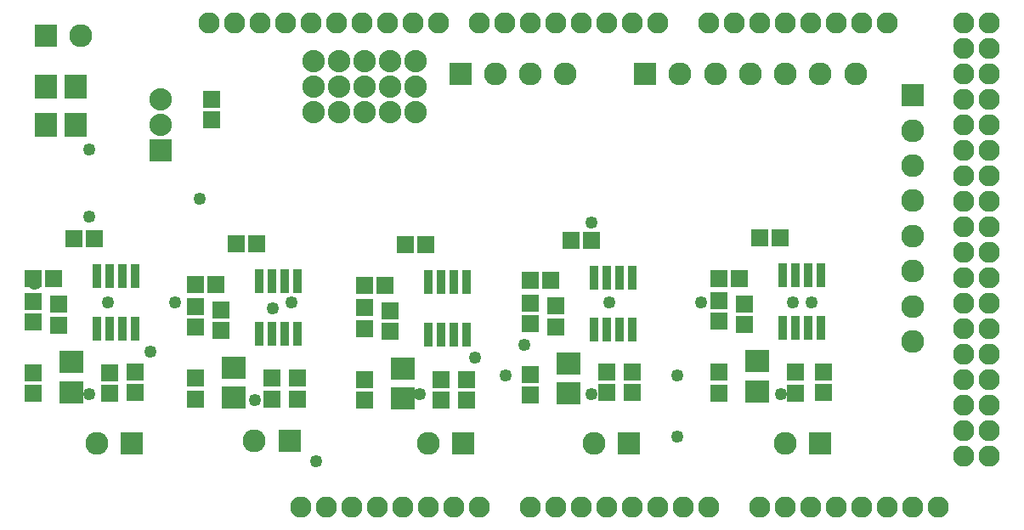
<source format=gts>
G04 MADE WITH FRITZING*
G04 WWW.FRITZING.ORG*
G04 DOUBLE SIDED*
G04 HOLES PLATED*
G04 CONTOUR ON CENTER OF CONTOUR VECTOR*
%ASAXBY*%
%FSLAX23Y23*%
%MOIN*%
%OFA0B0*%
%SFA1.0B1.0*%
%ADD10C,0.088000*%
%ADD11C,0.049370*%
%ADD12C,0.090000*%
%ADD13C,0.082917*%
%ADD14R,0.090000X0.090000*%
%ADD15R,0.088000X0.088000*%
%ADD16R,0.088740X0.096614*%
%ADD17R,0.069055X0.065118*%
%ADD18R,0.065118X0.069055*%
%ADD19R,0.034000X0.097000*%
%ADD20R,0.096614X0.088740*%
%LNMASK1*%
G90*
G70*
G54D10*
X1455Y1847D03*
X1455Y1747D03*
X1455Y1647D03*
X1155Y1847D03*
X1155Y1747D03*
X1155Y1647D03*
X1255Y1847D03*
X1255Y1747D03*
X1255Y1647D03*
X1355Y1847D03*
X1355Y1747D03*
X1355Y1647D03*
X1555Y1847D03*
X1555Y1747D03*
X1555Y1647D03*
G54D11*
X1572Y539D03*
X1788Y683D03*
X2244Y539D03*
X2316Y899D03*
X924Y515D03*
X996Y875D03*
X276Y539D03*
X348Y899D03*
X2988Y539D03*
X3036Y899D03*
X276Y1499D03*
X60Y971D03*
X612Y899D03*
X2676Y899D03*
X1908Y611D03*
X1068Y899D03*
X3108Y899D03*
X1980Y731D03*
X2244Y1211D03*
X1164Y275D03*
X2580Y371D03*
X2580Y611D03*
X708Y1307D03*
X516Y707D03*
X276Y1235D03*
G54D12*
X3505Y1711D03*
X3505Y1573D03*
X3505Y1436D03*
X3505Y1298D03*
X3505Y1160D03*
X3505Y1022D03*
X3505Y884D03*
X3505Y747D03*
X1730Y1797D03*
X1868Y1797D03*
X2005Y1797D03*
X2143Y1797D03*
G54D10*
X555Y1497D03*
X555Y1597D03*
X555Y1697D03*
G54D13*
X3005Y97D03*
X1405Y97D03*
X3105Y97D03*
X3205Y97D03*
X3305Y97D03*
X3405Y97D03*
X3705Y1497D03*
X3505Y97D03*
X3605Y97D03*
X1445Y1997D03*
X2005Y97D03*
X2105Y97D03*
X2205Y97D03*
X2305Y97D03*
X3705Y697D03*
X2405Y97D03*
X2505Y97D03*
X2605Y97D03*
X2705Y97D03*
X2205Y1997D03*
X3705Y1897D03*
X3705Y1097D03*
X3705Y297D03*
X1045Y1997D03*
X1805Y97D03*
X1805Y1997D03*
X3705Y1697D03*
X3705Y1297D03*
X3705Y897D03*
X3405Y1997D03*
X3705Y497D03*
X3305Y1997D03*
X3205Y1997D03*
X3105Y1997D03*
X3005Y1997D03*
X2905Y1997D03*
X2805Y1997D03*
X2705Y1997D03*
X845Y1997D03*
X1245Y1997D03*
X1645Y1997D03*
X1205Y97D03*
X1605Y97D03*
X2405Y1997D03*
X2005Y1997D03*
X3705Y1997D03*
X3705Y1797D03*
X3705Y1597D03*
X3705Y1397D03*
X3705Y1197D03*
X3705Y997D03*
X3705Y797D03*
X3705Y597D03*
X3705Y397D03*
X745Y1997D03*
X945Y1997D03*
X1145Y1997D03*
X1345Y1997D03*
X1545Y1997D03*
X1105Y97D03*
X1305Y97D03*
X1505Y97D03*
X1705Y97D03*
X2505Y1997D03*
X2305Y1997D03*
X2105Y1997D03*
X1905Y1997D03*
X3805Y1997D03*
X3805Y1897D03*
X3805Y1797D03*
X3805Y1697D03*
X3805Y1597D03*
X3805Y1497D03*
X3805Y1397D03*
X3805Y1297D03*
X3805Y1197D03*
X3805Y1097D03*
X3805Y997D03*
X3805Y897D03*
X3805Y797D03*
X3805Y697D03*
X3805Y597D03*
X3805Y497D03*
X3805Y397D03*
X3805Y297D03*
X2905Y97D03*
G54D12*
X2454Y1797D03*
X2592Y1797D03*
X2730Y1797D03*
X2868Y1797D03*
X3005Y1797D03*
X3143Y1797D03*
X3281Y1797D03*
X105Y1947D03*
X243Y1947D03*
X443Y347D03*
X305Y347D03*
X3143Y347D03*
X3005Y347D03*
X2393Y347D03*
X2255Y347D03*
X1061Y355D03*
X923Y355D03*
X1743Y347D03*
X1605Y347D03*
G54D14*
X3505Y1711D03*
X1730Y1797D03*
G54D15*
X555Y1497D03*
G54D16*
X223Y1597D03*
X105Y1597D03*
X223Y1747D03*
X105Y1747D03*
G54D17*
X755Y1616D03*
X755Y1697D03*
X55Y621D03*
X55Y541D03*
X2746Y625D03*
X2746Y544D03*
X2005Y615D03*
X2005Y535D03*
X692Y601D03*
X692Y520D03*
X1355Y597D03*
X1355Y516D03*
G54D18*
X215Y1150D03*
X296Y1150D03*
X2905Y1154D03*
X2986Y1154D03*
X2165Y1144D03*
X2246Y1144D03*
X852Y1130D03*
X933Y1130D03*
X1515Y1126D03*
X1596Y1126D03*
G54D14*
X2454Y1797D03*
X105Y1947D03*
G54D17*
X355Y621D03*
X355Y541D03*
X3046Y625D03*
X3046Y544D03*
X2305Y627D03*
X2305Y547D03*
X992Y601D03*
X992Y520D03*
X1655Y597D03*
X1655Y516D03*
X55Y903D03*
X55Y822D03*
X2746Y906D03*
X2746Y826D03*
X2005Y897D03*
X2005Y816D03*
X692Y882D03*
X692Y801D03*
X1355Y878D03*
X1355Y797D03*
G54D14*
X443Y347D03*
X3143Y347D03*
X2393Y347D03*
X1061Y355D03*
X1743Y347D03*
G54D19*
X355Y797D03*
X305Y1003D03*
X405Y1003D03*
X405Y797D03*
X355Y1003D03*
X455Y797D03*
X455Y1003D03*
X305Y797D03*
X3046Y800D03*
X2996Y1006D03*
X3096Y1006D03*
X3096Y800D03*
X3046Y1006D03*
X3146Y800D03*
X3146Y1006D03*
X2996Y800D03*
X2305Y791D03*
X2255Y997D03*
X2355Y997D03*
X2355Y791D03*
X2305Y997D03*
X2405Y791D03*
X2405Y997D03*
X2255Y791D03*
X992Y776D03*
X942Y982D03*
X1042Y982D03*
X1042Y776D03*
X992Y982D03*
X1092Y776D03*
X1092Y982D03*
X942Y776D03*
X1655Y772D03*
X1605Y978D03*
X1705Y978D03*
X1705Y772D03*
X1655Y978D03*
X1755Y772D03*
X1755Y978D03*
X1605Y772D03*
G54D20*
X205Y547D03*
X205Y665D03*
X2896Y550D03*
X2896Y668D03*
X2155Y541D03*
X2155Y659D03*
X842Y526D03*
X842Y644D03*
X1505Y522D03*
X1505Y640D03*
G54D17*
X455Y627D03*
X455Y547D03*
X3155Y627D03*
X3155Y547D03*
X2405Y627D03*
X2405Y547D03*
X1092Y601D03*
X1092Y520D03*
X1755Y597D03*
X1755Y516D03*
G54D18*
X136Y991D03*
X55Y991D03*
X2826Y994D03*
X2746Y994D03*
X2086Y985D03*
X2005Y985D03*
X773Y970D03*
X692Y970D03*
X1436Y966D03*
X1355Y966D03*
G54D17*
X155Y810D03*
X155Y891D03*
X2846Y814D03*
X2846Y894D03*
X2105Y804D03*
X2105Y885D03*
X792Y789D03*
X792Y870D03*
X1455Y785D03*
X1455Y866D03*
G04 End of Mask1*
M02*
</source>
